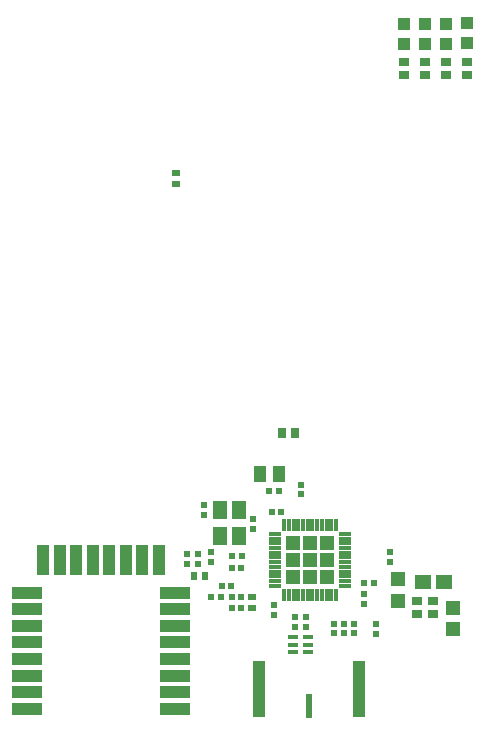
<source format=gtp>
G04 Layer_Color=8421504*
%FSLAX43Y43*%
%MOMM*%
G71*
G01*
G75*
%ADD21R,1.000X1.000*%
%ADD61R,1.300X1.300*%
%ADD62R,2.550X1.100*%
%ADD63R,1.100X2.550*%
%ADD64R,1.120X4.850*%
%ADD65R,0.610X2.010*%
%ADD66R,0.620X0.620*%
%ADD67R,1.000X0.300*%
%ADD68R,0.300X1.000*%
%ADD69R,0.950X0.700*%
%ADD70R,0.900X0.400*%
%ADD71R,1.250X1.500*%
%ADD72R,0.850X0.750*%
%ADD73R,0.620X0.620*%
%ADD74R,0.550X0.650*%
%ADD75R,0.650X0.550*%
%ADD76R,1.200X1.200*%
%ADD77R,1.400X1.250*%
%ADD78R,1.050X1.450*%
%ADD79R,0.750X0.850*%
D21*
X40050Y58725D02*
D03*
Y57025D02*
D03*
X38225Y58700D02*
D03*
Y57000D02*
D03*
X36450Y58700D02*
D03*
Y57000D02*
D03*
X34675Y58700D02*
D03*
Y57000D02*
D03*
D61*
X26725Y13300D02*
D03*
X25275Y14750D02*
D03*
Y11850D02*
D03*
X28175Y11850D02*
D03*
X28175Y14750D02*
D03*
Y13300D02*
D03*
X25275D02*
D03*
X26725Y14750D02*
D03*
Y11850D02*
D03*
D62*
X2725Y700D02*
D03*
X15325D02*
D03*
Y2100D02*
D03*
X2725Y3500D02*
D03*
Y2100D02*
D03*
Y4900D02*
D03*
Y6300D02*
D03*
Y7700D02*
D03*
Y9100D02*
D03*
Y10500D02*
D03*
X15325Y3500D02*
D03*
Y4900D02*
D03*
Y6300D02*
D03*
Y7700D02*
D03*
Y9100D02*
D03*
Y10500D02*
D03*
D63*
X4125Y13300D02*
D03*
X5525D02*
D03*
X6925D02*
D03*
X8325D02*
D03*
X9725D02*
D03*
X11125D02*
D03*
X13925D02*
D03*
X12525D02*
D03*
D64*
X30880Y2375D02*
D03*
X22380D02*
D03*
D65*
X26630Y955D02*
D03*
D66*
X33500Y13950D02*
D03*
Y13150D02*
D03*
X28725Y7875D02*
D03*
Y7075D02*
D03*
X25475Y7625D02*
D03*
Y8425D02*
D03*
X26375Y7625D02*
D03*
Y8425D02*
D03*
X30475Y7075D02*
D03*
Y7875D02*
D03*
X29600Y7075D02*
D03*
Y7875D02*
D03*
X17750Y17925D02*
D03*
Y17125D02*
D03*
X21925Y15925D02*
D03*
Y16725D02*
D03*
X23675Y8650D02*
D03*
Y9450D02*
D03*
X17200Y12950D02*
D03*
Y13750D02*
D03*
X16275Y12950D02*
D03*
Y13750D02*
D03*
X18375Y13950D02*
D03*
Y13150D02*
D03*
X32275Y7050D02*
D03*
Y7850D02*
D03*
X31250Y9600D02*
D03*
Y10400D02*
D03*
X25975Y19650D02*
D03*
Y18850D02*
D03*
D67*
X23775Y15500D02*
D03*
Y14700D02*
D03*
Y13900D02*
D03*
Y13100D02*
D03*
Y12300D02*
D03*
Y11500D02*
D03*
Y11100D02*
D03*
Y11900D02*
D03*
Y12700D02*
D03*
Y13500D02*
D03*
Y14300D02*
D03*
Y15100D02*
D03*
X29675Y11500D02*
D03*
Y12300D02*
D03*
Y13100D02*
D03*
Y13900D02*
D03*
Y14700D02*
D03*
Y15500D02*
D03*
Y15100D02*
D03*
Y14300D02*
D03*
Y13500D02*
D03*
Y12700D02*
D03*
Y11900D02*
D03*
Y11100D02*
D03*
D68*
X24925Y10350D02*
D03*
X25725D02*
D03*
X26525D02*
D03*
X27325D02*
D03*
X28125D02*
D03*
X28925D02*
D03*
X28525D02*
D03*
X27725D02*
D03*
X26925D02*
D03*
X26125D02*
D03*
X25325D02*
D03*
X24525D02*
D03*
X28525Y16250D02*
D03*
X27725D02*
D03*
X26925D02*
D03*
X26125D02*
D03*
X25325D02*
D03*
X24525D02*
D03*
X24925D02*
D03*
X25725D02*
D03*
X26525D02*
D03*
X27325D02*
D03*
X28125D02*
D03*
X28925D02*
D03*
D69*
X35775Y9775D02*
D03*
X37125D02*
D03*
X35775Y8675D02*
D03*
X37125D02*
D03*
D70*
X26575Y6775D02*
D03*
Y6125D02*
D03*
Y5500D02*
D03*
X25275Y6775D02*
D03*
Y6125D02*
D03*
Y5500D02*
D03*
D71*
X20675Y15350D02*
D03*
Y17550D02*
D03*
X19075Y15350D02*
D03*
Y17550D02*
D03*
D72*
X36450Y54350D02*
D03*
Y55450D02*
D03*
X34675D02*
D03*
Y54350D02*
D03*
X40050Y55475D02*
D03*
Y54375D02*
D03*
X38225Y55450D02*
D03*
Y54350D02*
D03*
D73*
X20150Y13600D02*
D03*
X20950D02*
D03*
X20100Y12600D02*
D03*
X20900D02*
D03*
X19250Y11050D02*
D03*
X20050D02*
D03*
X20900Y9250D02*
D03*
X20100D02*
D03*
X18375Y10150D02*
D03*
X19175D02*
D03*
X20100D02*
D03*
X20900D02*
D03*
X23475Y17350D02*
D03*
X24275D02*
D03*
X23275Y19150D02*
D03*
X24075D02*
D03*
X32125Y11350D02*
D03*
X31325D02*
D03*
D74*
X17825Y11900D02*
D03*
X16925D02*
D03*
D75*
X21800Y10150D02*
D03*
Y9250D02*
D03*
X15375Y46050D02*
D03*
Y45150D02*
D03*
D76*
X38850Y7400D02*
D03*
Y9200D02*
D03*
X34150Y11650D02*
D03*
Y9850D02*
D03*
D77*
X38025Y11425D02*
D03*
X36325D02*
D03*
D78*
X24075Y20575D02*
D03*
X22475D02*
D03*
D79*
X25425Y24075D02*
D03*
X24325D02*
D03*
M02*

</source>
